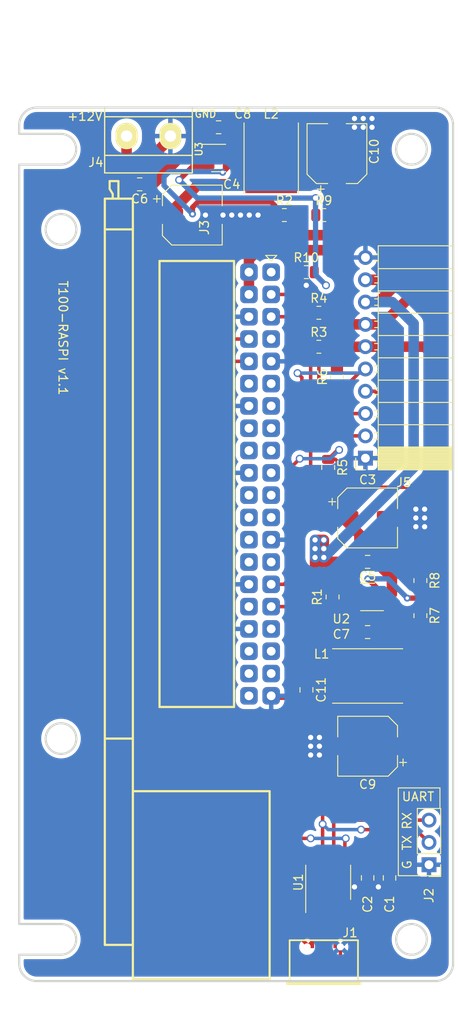
<source format=kicad_pcb>
(kicad_pcb (version 20211014) (generator pcbnew)
  (layers (0 "F.Cu" signal) (31 "B.Cu" signal) (34 "B.Paste" user) (35 "F.Paste" user) (36 "B.SilkS" user "B.Silkscreen") (37 "F.SilkS" user "F.Silkscreen") (38 "B.Mask" user) (39 "F.Mask" user) (44 "Edge.Cuts" user))
  (net 0 "")
  (net 1 "GND")
  (net 2 "Net-(C1-Pad1)")
  (net 3 "Net-(C2-Pad1)")
  (net 4 "+12V")
  (net 5 "Net-(C7-Pad2)")
  (net 6 "Net-(C7-Pad1)")
  (net 7 "Net-(C8-Pad2)")
  (net 8 "Net-(C8-Pad1)")
  (net 9 "+5V")
  (net 10 "+3V3")
  (net 11 "/RST")
  (net 12 "Net-(J1-Pad3)")
  (net 13 "Net-(J1-Pad2)")
  (net 14 "/MY_RXD")
  (net 15 "/MY_TXD")
  (net 24 "/IRQ")
  (net 41 "/SCL")
  (net 42 "/SDA")
  (net 44 "Net-(R1-Pad1)")
  (net 45 "Net-(R2-Pad1)")
  (net 46 "Net-(R7-Pad1)")
  (net 47 "Net-(R10-Pad2)")
  (footprint "Capacitor_SMD:C_0805_2012Metric_Pad1.15x1.40mm_HandSolder" (layer "F.Cu") (at 117.5 138 -90)
    (fp_text reference "C1" (at 3 0 90) (layer "F.SilkS"))
    (fp_text value "100n")
    (pad "1" smd roundrect locked (at -1.025 0 270) (size 1.15 1.4) (layers "F.Cu" "F.Paste" "F.Mask") (roundrect_rratio 0.217391) (net 2 "Net-(C1-Pad1)"))
    (pad "2" smd roundrect locked (at 1.025 0 270) (size 1.15 1.4) (layers "F.Cu" "F.Paste" "F.Mask") (roundrect_rratio 0.217391) (net 1 "GND"))
  )
  (footprint "Capacitor_SMD:C_0805_2012Metric_Pad1.15x1.40mm_HandSolder" (layer "F.Cu") (at 115 138 -90)
    (fp_text reference "C2" (at 3 0 90) (layer "F.SilkS"))
    (fp_text value "100n")
    (pad "1" smd roundrect locked (at -1.025 0 270) (size 1.15 1.4) (layers "F.Cu" "F.Paste" "F.Mask") (roundrect_rratio 0.217391) (net 3 "Net-(C2-Pad1)"))
    (pad "2" smd roundrect locked (at 1.025 0 270) (size 1.15 1.4) (layers "F.Cu" "F.Paste" "F.Mask") (roundrect_rratio 0.217391) (net 1 "GND"))
  )
  (footprint "Capacitor_SMD:CP_Elec_6.3x5.4" (layer "F.Cu") (at 115 97)
    (fp_text reference "C3" (at 0 -4.35) (layer "F.SilkS"))
    (fp_text value "100u/12V")
    (pad "1" smd roundrect locked (at -2.8 0) (size 3.5 1.6) (layers "F.Cu" "F.Paste" "F.Mask") (roundrect_rratio 0.15625) (net 4 "+12V"))
    (pad "2" smd roundrect locked (at 2.8 0) (size 3.5 1.6) (layers "F.Cu" "F.Paste" "F.Mask") (roundrect_rratio 0.15625) (net 1 "GND"))
  )
  (footprint "Capacitor_SMD:CP_Elec_6.3x5.4" (layer "F.Cu") (at 95 62.5)
    (fp_text reference "C4" (at 4.5 -3.5) (layer "F.SilkS"))
    (fp_text value "100u/12V")
    (pad "1" smd roundrect locked (at -2.8 0) (size 3.5 1.6) (layers "F.Cu" "F.Paste" "F.Mask") (roundrect_rratio 0.15625) (net 4 "+12V"))
    (pad "2" smd roundrect locked (at 2.8 0) (size 3.5 1.6) (layers "F.Cu" "F.Paste" "F.Mask") (roundrect_rratio 0.15625) (net 1 "GND"))
  )
  (footprint "Capacitor_SMD:C_0805_2012Metric" (layer "F.Cu") (at 89 59 180)
    (fp_text reference "C6" (at 0 -1.65) (layer "F.SilkS"))
    (fp_text value "100n")
    (pad "1" smd roundrect locked (at -0.95 0 180) (size 1 1.45) (layers "F.Cu" "F.Paste" "F.Mask") (net 1 "GND"))
    (pad "2" smd roundrect locked (at 0.95 0 180) (size 1 1.45) (layers "F.Cu" "F.Paste" "F.Mask") (net 4 "+12V"))
  )
  (footprint "Capacitor_SMD:C_0805_2012Metric" (layer "F.Cu") (at 98 52.5)
    (fp_text reference "C8" (at 2.75 -1.5) (layer "F.SilkS"))
    (fp_text value "100n")
    (pad "1" smd roundrect locked (at -0.95 0) (size 1 1.45) (layers "F.Cu" "F.Paste" "F.Mask") (net 8 "Net-(C8-Pad1)"))
    (pad "2" smd roundrect locked (at 0.95 0) (size 1 1.45) (layers "F.Cu" "F.Paste" "F.Mask") (net 7 "Net-(C8-Pad2)"))
  )
  (footprint "Capacitor_SMD:CP_Elec_6.3x5.4" (layer "F.Cu") (at 115 123 180)
    (fp_text reference "C9" (at 0 -4.35) (layer "F.SilkS"))
    (fp_text value "100u/12V")
    (pad "1" smd roundrect locked (at -2.8 0 180) (size 3.5 1.6) (layers "F.Cu" "F.Paste" "F.Mask") (roundrect_rratio 0.15625) (net 10 "+3V3"))
    (pad "2" smd roundrect locked (at 2.8 0 180) (size 3.5 1.6) (layers "F.Cu" "F.Paste" "F.Mask") (roundrect_rratio 0.15625) (net 1 "GND"))
  )
  (footprint "Drake:conn_usb_B_micro_smd-2" (layer "F.Cu") (at 110 148)
    (fp_text reference "J1" (at 3 -3.75) (layer "F.SilkS"))
    (fp_text value "USB_B_Micro" hide)
    (pad "1" thru_hole circle locked (at -1.89992 -2.14884) (size 0.79756 0.79756) (drill 0.79756) (layers *.Cu *.Mask "F.SilkS") (net 2 "Net-(C1-Pad1)"))
    (pad "1" smd rect locked (at -1.30048 -3) (size 0.39878 2) (layers "F.Cu" "F.Paste" "F.Mask") (net 2 "Net-(C1-Pad1)"))
    (pad "2" smd rect locked (at -0.6477 -3) (size 0.39878 2) (layers "F.Cu" "F.Paste" "F.Mask") (net 13 "Net-(J1-Pad2)"))
    (pad "3" smd rect locked (at 0 -3) (size 0.39878 2) (layers "F.Cu" "F.Paste" "F.Mask") (net 12 "Net-(J1-Pad3)"))
    (pad "4" smd rect locked (at 0.6477 -3) (size 0.39878 2) (layers "F.Cu" "F.Paste" "F.Mask"))
    (pad "5" thru_hole circle locked (at 1.89738 -2.1463) (size 0.79756 0.79756) (drill 0.79756) (layers *.Cu *.Mask "F.SilkS") (net 1 "GND"))
    (pad "5" smd rect locked (at 1.30048 -3) (size 0.39878 2) (layers "F.Cu" "F.Paste" "F.Mask") (net 1 "GND"))
    (pad "6" smd rect locked (at 1.19888 0) (size 1.89738 1.89738) (layers "F.Cu" "F.Paste" "F.Mask") (net 1 "GND"))
    (pad "6" smd rect locked (at -3.9497 0) (size 1.89738 1.89738) (layers "F.Cu" "F.Paste" "F.Mask") (net 1 "GND"))
    (pad "6" smd rect locked (at 3.9497 0) (size 1.89738 1.89738) (layers "F.Cu" "F.Paste" "F.Mask") (net 1 "GND"))
    (pad "6" smd rect locked (at -1.19888 0) (size 1.89738 1.89738) (layers "F.Cu" "F.Paste" "F.Mask") (net 1 "GND"))
  )
  (footprint "Connector_PinHeader_2.54mm:PinHeader_1x03_P2.54mm_Vertical" (layer "F.Cu") (at 122 136.5 180)
    (fp_text reference "J2" (at 0 -3.5 90) (layer "F.SilkS"))
    (fp_text value "UART")
    (pad "1" thru_hole rect locked (at 0 0 180) (size 1.7 1.7) (drill 1) (layers *.Cu *.Mask) (net 1 "GND"))
    (pad "2" thru_hole oval locked (at 0 2.54 180) (size 1.7 1.7) (drill 1) (layers *.Cu *.Mask) (net 15 "/MY_TXD"))
    (pad "3" thru_hole oval locked (at 0 5.08 180) (size 1.7 1.7) (drill 1) (layers *.Cu *.Mask) (net 14 "/MY_RXD"))
  )
  (footprint "Drake:CKCS6028" (layer "F.Cu") (at 104 56 -90)
    (fp_text reference "L2" (at -5 0 180) (layer "F.SilkS"))
    (fp_text value "6.8uH")
    (pad "1" smd rect locked (at -2.775 0 270) (size 2.45 5.9) (layers "F.Cu" "F.Paste" "F.Mask") (net 7 "Net-(C8-Pad2)"))
    (pad "2" smd rect locked (at 2.775 0 270) (size 2.45 5.9) (layers "F.Cu" "F.Paste" "F.Mask") (net 9 "+5V"))
  )
  (footprint "Resistor_SMD:R_0805_2012Metric" (layer "F.Cu") (at 111 106 -90)
    (fp_text reference "R1" (at 0 1.75 90) (layer "F.SilkS"))
    (fp_text value "100k")
    (pad "1" smd roundrect locked (at -0.9125 0 270) (size 1.025 1.4) (layers "F.Cu" "F.Paste" "F.Mask") (roundrect_rratio 0.243902) (net 44 "Net-(R1-Pad1)"))
    (pad "2" smd roundrect locked (at 0.9125 0 270) (size 1.025 1.4) (layers "F.Cu" "F.Paste" "F.Mask") (roundrect_rratio 0.243902) (net 4 "+12V"))
  )
  (footprint "Resistor_SMD:R_0805_2012Metric" (layer "F.Cu") (at 105.5 62.5)
    (fp_text reference "R2" (at 0 -1.65) (layer "F.SilkS"))
    (fp_text value "100k")
    (pad "1" smd roundrect locked (at -0.9125 0) (size 1.025 1.4) (layers "F.Cu" "F.Paste" "F.Mask") (roundrect_rratio 0.243902) (net 45 "Net-(R2-Pad1)"))
    (pad "2" smd roundrect locked (at 0.9125 0) (size 1.025 1.4) (layers "F.Cu" "F.Paste" "F.Mask") (roundrect_rratio 0.243902) (net 4 "+12V"))
  )
  (footprint "Resistor_SMD:R_0805_2012Metric" (layer "F.Cu") (at 111.5 80.9375 90)
    (fp_text reference "R6" (at 0 -1.65 90) (layer "F.SilkS"))
    (fp_text value "1K5")
    (pad "1" smd roundrect locked (at -0.9125 0 90) (size 1.025 1.4) (layers "F.Cu" "F.Paste" "F.Mask") (roundrect_rratio 0.243902) (net 11 "/RST"))
    (pad "2" smd roundrect locked (at 0.9125 0 90) (size 1.025 1.4) (layers "F.Cu" "F.Paste" "F.Mask") (roundrect_rratio 0.243902) (net 10 "+3V3"))
  )
  (footprint "Resistor_SMD:R_0805_2012Metric" (layer "F.Cu") (at 110 62.5)
    (fp_text reference "R9" (at 0 -1.65) (layer "F.SilkS"))
    (fp_text value "30.9k 1%")
    (pad "1" smd roundrect locked (at -0.9125 0) (size 1.025 1.4) (layers "F.Cu" "F.Paste" "F.Mask") (roundrect_rratio 0.243902) (net 47 "Net-(R10-Pad2)"))
    (pad "2" smd roundrect locked (at 0.9125 0) (size 1.025 1.4) (layers "F.Cu" "F.Paste" "F.Mask") (roundrect_rratio 0.243902) (net 9 "+5V"))
  )
  (footprint "Resistor_SMD:R_0805_2012Metric" (layer "F.Cu") (at 108 69)
    (fp_text reference "R10" (at 0 -1.65) (layer "F.SilkS"))
    (fp_text value "4.22k 1%")
    (pad "1" smd roundrect locked (at -0.9125 0) (size 1.025 1.4) (layers "F.Cu" "F.Paste" "F.Mask") (roundrect_rratio 0.243902) (net 1 "GND"))
    (pad "2" smd roundrect locked (at 0.9125 0) (size 1.025 1.4) (layers "F.Cu" "F.Paste" "F.Mask") (roundrect_rratio 0.243902) (net 47 "Net-(R10-Pad2)"))
  )
  (footprint "Package_SO:SOIC-8_3.9x4.9mm_P1.27mm" (layer "F.Cu") (at 110.5 138.5 90)
    (fp_text reference "U1" (at 0 -3.4 90) (layer "F.SilkS"))
    (fp_text value "CH330N")
    (pad "1" smd roundrect locked (at -2.475 -1.905 90) (size 1.95 0.6) (layers "F.Cu" "F.Paste" "F.Mask") (net 12 "Net-(J1-Pad3)"))
    (pad "2" smd roundrect locked (at -2.475 -0.635 90) (size 1.95 0.6) (layers "F.Cu" "F.Paste" "F.Mask") (net 13 "Net-(J1-Pad2)"))
    (pad "3" smd roundrect locked (at -2.475 0.635 90) (size 1.95 0.6) (layers "F.Cu" "F.Paste" "F.Mask") (net 1 "GND"))
    (pad "4" smd roundrect locked (at -2.475 1.905 90) (size 1.95 0.6) (layers "F.Cu" "F.Paste" "F.Mask"))
    (pad "5" smd roundrect locked (at 2.475 1.905 90) (size 1.95 0.6) (layers "F.Cu" "F.Paste" "F.Mask") (net 2 "Net-(C1-Pad1)"))
    (pad "6" smd roundrect locked (at 2.475 0.635 90) (size 1.95 0.6) (layers "F.Cu" "F.Paste" "F.Mask") (net 14 "/MY_RXD"))
    (pad "7" smd roundrect locked (at 2.475 -0.635 90) (size 1.95 0.6) (layers "F.Cu" "F.Paste" "F.Mask") (net 15 "/MY_TXD"))
    (pad "8" smd roundrect locked (at 2.475 -1.905 90) (size 1.95 0.6) (layers "F.Cu" "F.Paste" "F.Mask") (net 3 "Net-(C2-Pad1)"))
  )
  (footprint "Package_TO_SOT_SMD:SOT-23-6" (layer "F.Cu") (at 98 56)
    (fp_text reference "U3" (at -2.25 -1 90) (layer "F.SilkS") (effects (font (size 0.8 0.8))))
    (fp_text value "FR8205")
    (pad "1" smd roundrect locked (at -1.1375 -0.95) (size 1.325 0.6) (layers "F.Cu" "F.Paste" "F.Mask") (net 8 "Net-(C8-Pad1)"))
    (pad "2" smd roundrect locked (at -1.1375 0) (size 1.325 0.6) (layers "F.Cu" "F.Paste" "F.Mask") (net 1 "GND"))
    (pad "3" smd roundrect locked (at -1.1375 0.95) (size 1.325 0.6) (layers "F.Cu" "F.Paste" "F.Mask") (net 47 "Net-(R10-Pad2)"))
    (pad "4" smd roundrect locked (at 1.1375 0.95) (size 1.325 0.6) (layers "F.Cu" "F.Paste" "F.Mask") (net 45 "Net-(R2-Pad1)"))
    (pad "5" smd roundrect locked (at 1.1375 0) (size 1.325 0.6) (layers "F.Cu" "F.Paste" "F.Mask") (net 4 "+12V"))
    (pad "6" smd roundrect locked (at 1.1375 -0.95) (size 1.325 0.6) (layers "F.Cu" "F.Paste" "F.Mask") (net 7 "Net-(C8-Pad2)"))
  )
  (footprint "Package_TO_SOT_SMD:SOT-23-6" (layer "F.Cu") (at 115 106 180)
    (fp_text reference "U2" (at 3 -2.5) (layer "F.SilkS"))
    (fp_text value "FR8205")
    (pad "1" smd roundrect locked (at -1.1375 -0.95 180) (size 1.325 0.6) (layers "F.Cu" "F.Paste" "F.Mask") (net 6 "Net-(C7-Pad1)"))
    (pad "2" smd roundrect locked (at -1.1375 0 180) (size 1.325 0.6) (layers "F.Cu" "F.Paste" "F.Mask") (net 1 "GND"))
    (pad "3" smd roundrect locked (at -1.1375 0.95 180) (size 1.325 0.6) (layers "F.Cu" "F.Paste" "F.Mask") (net 46 "Net-(R7-Pad1)"))
    (pad "4" smd roundrect locked (at 1.1375 0.95 180) (size 1.325 0.6) (layers "F.Cu" "F.Paste" "F.Mask") (net 44 "Net-(R1-Pad1)"))
    (pad "5" smd roundrect locked (at 1.1375 0 180) (size 1.325 0.6) (layers "F.Cu" "F.Paste" "F.Mask") (net 4 "+12V"))
    (pad "6" smd roundrect locked (at 1.1375 -0.95 180) (size 1.325 0.6) (layers "F.Cu" "F.Paste" "F.Mask") (net 5 "Net-(C7-Pad2)"))
  )
  (footprint "Resistor_SMD:R_0805_2012Metric" (layer "F.Cu") (at 110.5 91.25 -90)
    (fp_text reference "R5" (at 0 -1.65 90) (layer "F.SilkS"))
    (fp_text value "1K5")
    (pad "1" smd roundrect locked (at -0.9125 0 270) (size 1.025 1.4) (layers "F.Cu" "F.Paste" "F.Mask") (roundrect_rratio 0.243902) (net 24 "/IRQ"))
    (pad "2" smd roundrect locked (at 0.9125 0 270) (size 1.025 1.4) (layers "F.Cu" "F.Paste" "F.Mask") (roundrect_rratio 0.243902) (net 10 "+3V3"))
  )
  (footprint "Resistor_SMD:R_0805_2012Metric" (layer "F.Cu") (at 109.4375 73.630001)
    (fp_text reference "R4" (at 0 -1.65) (layer "F.SilkS"))
    (fp_text value "1K5")
    (pad "1" smd roundrect locked (at -0.9125 0) (size 1.025 1.4) (layers "F.Cu" "F.Paste" "F.Mask") (roundrect_rratio 0.243902) (net 42 "/SDA"))
    (pad "2" smd roundrect locked (at 0.9125 0) (size 1.025 1.4) (layers "F.Cu" "F.Paste" "F.Mask") (roundrect_rratio 0.243902) (net 10 "+3V3"))
  )
  (footprint "Resistor_SMD:R_0805_2012Metric" (layer "F.Cu") (at 109.4375 77.5)
    (fp_text reference "R3" (at 0 -1.65) (layer "F.SilkS"))
    (fp_text value "1K5")
    (pad "1" smd roundrect locked (at -0.9125 0) (size 1.025 1.4) (layers "F.Cu" "F.Paste" "F.Mask") (roundrect_rratio 0.243902) (net 41 "/SCL"))
    (pad "2" smd roundrect locked (at 0.9125 0) (size 1.025 1.4) (layers "F.Cu" "F.Paste" "F.Mask") (roundrect_rratio 0.243902) (net 10 "+3V3"))
  )
  (footprint "Drake:CKCS6028" (layer "F.Cu") (at 115 115)
    (fp_text reference "L1" (at -5.25 -2.5) (layer "F.SilkS"))
    (fp_text value "6.8uH")
    (pad "1" smd rect locked (at -2.775 0) (size 2.45 5.9) (layers "F.Cu" "F.Paste" "F.Mask") (net 5 "Net-(C7-Pad2)"))
    (pad "2" smd rect locked (at 2.775 0) (size 2.45 5.9) (layers "F.Cu" "F.Paste" "F.Mask") (net 10 "+3V3"))
  )
  (footprint "Connector_PinSocket_2.54mm:PinSocket_1x10_P2.54mm_Horizontal" (layer "F.Cu") (at 114.75 90.19 180)
    (fp_text reference "J5" (at -4.38 -2.77 180) (layer "F.SilkS"))
    (fp_text value "T100-OUT")
    (pad "1" thru_hole rect locked (at 0 0 180) (size 1.7 1.7) (drill 1) (layers *.Cu *.Mask) (net 1 "GND"))
    (pad "2" thru_hole oval locked (at 0 2.54 180) (size 1.7 1.7) (drill 1) (layers *.Cu *.Mask) (net 41 "/SCL"))
    (pad "3" thru_hole oval locked (at 0 5.08 180) (size 1.7 1.7) (drill 1) (layers *.Cu *.Mask) (net 42 "/SDA"))
    (pad "4" thru_hole oval locked (at 0 7.62 180) (size 1.7 1.7) (drill 1) (layers *.Cu *.Mask) (net 24 "/IRQ"))
    (pad "5" thru_hole oval locked (at 0 10.16 180) (size 1.7 1.7) (drill 1) (layers *.Cu *.Mask) (net 11 "/RST"))
    (pad "6" thru_hole oval locked (at 0 12.7 180) (size 1.7 1.7) (drill 1) (layers *.Cu *.Mask) (net 10 "+3V3"))
    (pad "7" thru_hole oval locked (at 0 15.24 180) (size 1.7 1.7) (drill 1) (layers *.Cu *.Mask) (net 9 "+5V"))
    (pad "8" thru_hole oval locked (at 0 17.78 180) (size 1.7 1.7) (drill 1) (layers *.Cu *.Mask) (net 4 "+12V"))
    (pad "9" thru_hole oval locked (at 0 20.32 180) (size 1.7 1.7) (drill 1) (layers *.Cu *.Mask) (net 4 "+12V"))
    (pad "10" thru_hole oval locked (at 0 22.86 180) (size 1.7 1.7) (drill 1) (layers *.Cu *.Mask) (net 1 "GND"))
  )
  (footprint "Resistor_SMD:R_0805_2012Metric" (layer "F.Cu") (at 121.02 108.130001 -90)
    (fp_text reference "R7" (at 0 -1.65 90) (layer "F.SilkS"))
    (fp_text value "30k 1%")
    (pad "1" smd roundrect locked (at -0.9125 0 270) (size 1.025 1.4) (layers "F.Cu" "F.Paste" "F.Mask") (roundrect_rratio 0.243902) (net 46 "Net-(R7-Pad1)"))
    (pad "2" smd roundrect locked (at 0.9125 0 270) (size 1.025 1.4) (layers "F.Cu" "F.Paste" "F.Mask") (roundrect_rratio 0.243902) (net 10 "+3V3"))
  )
  (footprint "Resistor_SMD:R_0805_2012Metric" (layer "F.Cu") (at 121.02 104.130001 -90)
    (fp_text reference "R8" (at 0 -1.65 90) (layer "F.SilkS"))
    (fp_text value "6.65k 1%")
    (pad "1" smd roundrect locked (at -0.9125 0 270) (size 1.025 1.4) (layers "F.Cu" "F.Paste" "F.Mask") (roundrect_rratio 0.243902) (net 1 "GND"))
    (pad "2" smd roundrect locked (at 0.9125 0 270) (size 1.025 1.4) (layers "F.Cu" "F.Paste" "F.Mask") (roundrect_rratio 0.243902) (net 46 "Net-(R7-Pad1)"))
  )
  (footprint "Capacitor_SMD:C_0805_2012Metric" (layer "F.Cu") (at 115 110 180)
    (fp_text reference "C7" (at 3 -0.25) (layer "F.SilkS"))
    (fp_text value "100n")
    (pad "1" smd roundrect locked (at -0.95 0 180) (size 1 1.45) (layers "F.Cu" "F.Paste" "F.Mask") (net 6 "Net-(C7-Pad1)"))
    (pad "2" smd roundrect locked (at 0.95 0 180) (size 1 1.45) (layers "F.Cu" "F.Paste" "F.Mask") (net 5 "Net-(C7-Pad2)"))
  )
  (footprint "Capacitor_SMD:C_0805_2012Metric" (layer "F.Cu") (at 115 102 180)
    (fp_text reference "C5" (at 0 -1.65) (layer "F.SilkS"))
    (fp_text value "100n")
    (pad "1" smd roundrect locked (at -0.95 0 180) (size 1 1.45) (layers "F.Cu" "F.Paste" "F.Mask") (net 1 "GND"))
    (pad "2" smd roundrect locked (at 0.95 0 180) (size 1 1.45) (layers "F.Cu" "F.Paste" "F.Mask") (net 4 "+12V"))
  )
  (footprint "Drake:Raspberry-PI-3-B-vertical" (layer "F.Cu") (at 104 69 90)
    (fp_text reference "J3" (at 5.08 -7.62 90) (layer "F.SilkS"))
    (fp_text value "Raspberry_Pi_2_3")
    (pad "1" thru_hole roundrect locked (at 0 0 90) (size 2 2) (drill 1) (layers *.Cu *.Mask))
    (pad "2" thru_hole roundrect locked (at 0 -2.54 90) (size 2 2) (drill 1) (layers *.Cu *.Mask) (net 9 "+5V"))
    (pad "3" thru_hole roundrect locked (at -2.54 0 90) (size 2 2) (drill 1) (layers *.Cu *.Mask) (net 42 "/SDA"))
    (pad "4" thru_hole roundrect locked (at -2.54 -2.54 90) (size 2 2) (drill 1) (layers *.Cu *.Mask) (net 9 "+5V"))
    (pad "5" thru_hole roundrect locked (at -5.08 0 90) (size 2 2) (drill 1) (layers *.Cu *.Mask) (net 41 "/SCL"))
    (pad "6" thru_hole roundrect locked (at -5.08 -2.54 90) (size 2 2) (drill 1) (layers *.Cu *.Mask) (net 1 "GND"))
    (pad "7" thru_hole roundrect locked (at -7.62 0 90) (size 2 2) (drill 1) (layers *.Cu *.Mask))
    (pad "8" thru_hole roundrect locked (at -7.62 -2.54 90) (size 2 2) (drill 1) (layers *.Cu *.Mask) (net 15 "/MY_TXD"))
    (pad "9" thru_hole roundrect locked (at -10.16 0 90) (size 2 2) (drill 1) (layers *.Cu *.Mask) (net 1 "GND"))
    (pad "10" thru_hole roundrect locked (at -10.16 -2.54 90) (size 2 2) (drill 1) (layers *.Cu *.Mask) (net 14 "/MY_RXD"))
    (pad "11" thru_hole roundrect locked (at -12.7 0 90) (size 2 2) (drill 1) (layers *.Cu *.Mask))
    (pad "12" thru_hole roundrect locked (at -12.7 -2.54 90) (size 2 2) (drill 1) (layers *.Cu *.Mask))
    (pad "13" thru_hole roundrect locked (at -15.24 0 90) (size 2 2) (drill 1) (layers *.Cu *.Mask))
    (pad "14" thru_hole roundrect locked (at -15.24 -2.54 90) (size 2 2) (drill 1) (layers *.Cu *.Mask) (net 1 "GND"))
    (pad "15" thru_hole roundrect locked (at -17.78 0 90) (size 2 2) (drill 1) (layers *.Cu *.Mask))
    (pad "16" thru_hole roundrect locked (at -17.78 -2.54 90) (size 2 2) (drill 1) (layers *.Cu *.Mask))
    (pad "17" thru_hole roundrect locked (at -20.32 0 90) (size 2 2) (drill 1) (layers *.Cu *.Mask))
    (pad "18" thru_hole roundrect locked (at -20.32 -2.54 90) (size 2 2) (drill 1) (layers *.Cu *.Mask))
    (pad "19" thru_hole roundrect locked (at -22.86 0 90) (size 2 2) (drill 1) (layers *.Cu *.Mask))
    (pad "20" thru_hole roundrect locked (at -22.86 -2.54 90) (size 2 2) (drill 1) (layers *.Cu *.Mask) (net 1 "GND"))
    (pad "21" thru_hole roundrect locked (at -25.4 0 90) (size 2 2) (drill 1) (layers *.Cu *.Mask))
    (pad "22" thru_hole roundrect locked (at -25.4 -2.54 90) (size 2 2) (drill 1) (layers *.Cu *.Mask))
    (pad "23" thru_hole roundrect locked (at -27.94 0 90) (size 2 2) (drill 1) (layers *.Cu *.Mask))
    (pad "24" thru_hole roundrect locked (at -27.94 -2.54 90) (size 2 2) (drill 1) (layers *.Cu *.Mask))
    (pad "25" thru_hole roundrect locked (at -30.48 0 90) (size 2 2) (drill 1) (layers *.Cu *.Mask) (net 1 "GND"))
    (pad "26" thru_hole roundrect locked (at -30.48 -2.54 90) (size 2 2) (drill 1) (layers *.Cu *.Mask))
    (pad "27" thru_hole roundrect locked (at -33.02 0 90) (size 2 2) (drill 1) (layers *.Cu *.Mask))
    (pad "28" thru_hole roundrect locked (at -33.02 -2.54 90) (size 2 2) (drill 1) (layers *.Cu *.Mask))
    (pad "29" thru_hole roundrect locked (at -35.56 0 90) (size 2 2) (drill 1) (layers *.Cu *.Mask) (net 24 "/IRQ"))
    (pad "30" thru_hole roundrect locked (at -35.56 -2.54 90) (size 2 2) (drill 1) (layers *.Cu *.Mask) (net 1 "GND"))
    (pad "31" thru_hole roundrect locked (at -38.1 0 90) (size 2 2) (drill 1) (layers *.Cu *.Mask) (net 11 "/RST"))
    (pad "32" thru_hole roundrect locked (at -38.1 -2.54 90) (size 2 2) (drill 1) (layers *.Cu *.Mask))
    (pad "33" thru_hole roundrect locked (at -40.64 0 90) (size 2 2) (drill 1) (layers *.Cu *.Mask))
    (pad "34" thru_hole roundrect locked (at -40.64 -2.54 90) (size 2 2) (drill 1) (layers *.Cu *.Mask) (net 1 "GND"))
    (pad "35" thru_hole roundrect locked (at -43.18 0 90) (size 2 2) (drill 1) (layers *.Cu *.Mask))
    (pad "36" thru_hole roundrect locked (at -43.18 -2.54 90) (size 2 2) (drill 1) (layers *.Cu *.Mask))
    (pad "37" thru_hole roundrect locked (at -45.72 0 90) (size 2 2) (drill 1) (layers *.Cu *.Mask))
    (pad "38" thru_hole roundrect locked (at -45.72 -2.54 90) (size 2 2) (drill 1) (layers *.Cu *.Mask))
    (pad "39" thru_hole roundrect locked (at -48.26 0 90) (size 2 2) (drill 1) (layers *.Cu *.Mask) (net 1 "GND"))
    (pad "40" thru_hole roundrect locked (at -48.26 -2.54 90) (size 2 2) (drill 1) (layers *.Cu *.Mask))
  )
  (footprint "Capacitor_SMD:CP_Elec_6.3x5.4" (layer "F.Cu") (at 111.5 55.5 90)
    (fp_text reference "C10" (at 0.25 4.25 90) (layer "F.SilkS"))
    (fp_text value "100u/12V")
    (pad "1" smd roundrect locked (at -2.8 0 90) (size 3.5 1.6) (layers "F.Cu" "F.Paste" "F.Mask") (roundrect_rratio 0.15625) (net 9 "+5V"))
    (pad "2" smd roundrect locked (at 2.8 0 90) (size 3.5 1.6) (layers "F.Cu" "F.Paste" "F.Mask") (roundrect_rratio 0.15625) (net 1 "GND"))
  )
  (footprint "Drake:DG301-5.0-02" (layer "F.Cu") (at 92.5 53.5 180)
    (fp_text reference "J4" (at 8.5 -3) (layer "F.SilkS"))
    (fp_text value "12V")
    (pad "1" thru_hole oval locked (at 0 0 180) (size 2.5 3) (drill 1.3) (layers *.Cu *.Mask "F.SilkS") (net 1 "GND"))
    (pad "2" thru_hole oval locked (at 5 0 180) (size 2.5 3) (drill 1.3) (layers *.Cu *.Mask "F.SilkS") (net 4 "+12V"))
  )
  (footprint "Capacitor_SMD:C_0805_2012Metric" (layer "F.Cu") (at 108.02 116.580001 -90)
    (fp_text reference "C11" (at 0 -1.68 90) (layer "F.SilkS"))
    (fp_text value "100n")
    (pad "1" smd roundrect locked (at -0.95 0 270) (size 1 1.45) (layers "F.Cu" "F.Paste" "F.Mask") (net 11 "/RST"))
    (pad "2" smd roundrect locked (at 0.95 0 270) (size 1 1.45) (layers "F.Cu" "F.Paste" "F.Mask") (net 1 "GND"))
  )
  (gr_line (start 118.5 137.75) (end 123.25 137.75) (layer "F.SilkS") (width 0.12))
  (gr_line (start 118.5 127.75) (end 123.25 127.75) (layer "F.SilkS") (width 0.12))
  (gr_line (start 123.25 127.75) (end 123.25 130) (layer "F.SilkS") (width 0.12))
  (gr_line (start 118.5 137.75) (end 118.5 127.75) (layer "F.SilkS") (width 0.12))
  (gr_arc (start 122.75 50.25) (mid 124.164214 50.835786) (end 124.75 52.25) (layer "Edge.Cuts") (width 0.254))
  (gr_arc (start 124.75 147.75) (mid 124.164214 149.164214) (end 122.75 149.75) (layer "Edge.Cuts") (width 0.254))
  (gr_line (start 124.75 147.75) (end 124.75 52.25) (layer "Edge.Cuts") (width 0.254))
  (gr_circle (center 120 55) (end 121.75 55) (layer "Edge.Cuts") (width 0.254) (fill none))
  (gr_circle (center 120 145) (end 121.75 145) (layer "Edge.Cuts") (width 0.254) (fill none))
  (gr_line (start 75.25 53.249999) (end 75.25 52.25) (layer "Edge.Cuts") (width 0.254))
  (gr_circle (center 80.02 64.130001) (end 81.77 64.130001) (layer "Edge.Cuts") (width 0.254) (fill none))
  (gr_arc (start 75.25 52.25) (mid 75.835786 50.835786) (end 77.25 50.25) (layer "Edge.Cuts") (width 0.254))
  (gr_line (start 75.25 147.75) (end 75.25 146.75) (layer "Edge.Cuts") (width 0.254))
  (gr_line (start 80 146.75) (end 75.25 146.75) (layer "Edge.Cuts") (width 0.254))
  (gr_line (start 80 143.25) (end 75.25 143.25) (layer "Edge.Cuts") (width 0.254))
  (gr_line (start 122.75 50.25) (end 77.25 50.25) (layer "Edge.Cuts") (width 0.254))
  (gr_line (start 75.25 143.25) (end 75.25 56.75) (layer "Edge.Cuts") (width 0.254))
  (gr_line (start 122.749999 149.75) (end 77.249999 149.75) (layer "Edge.Cuts") (width 0.254))
  (gr_line (start 80 53.249999) (end 75.25 53.249999) (layer "Edge.Cuts") (width 0.254))
  (gr_arc (start 77.25 149.75) (mid 75.835786 149.164214) (end 75.25 147.75) (layer "Edge.Cuts") (width 0.254))
  (gr_arc (start 80 53.249999) (mid 81.75 54.999999) (end 80 56.749999) (layer "Edge.Cuts") (width 0.254))
  (gr_circle (center 80.02 122.130001) (end 81.77 122.130001) (layer "Edge.Cuts") (width 0.254) (fill none))
  (gr_line (start 80 56.75) (end 75.25 56.75) (layer "Edge.Cuts") (width 0.254))
  (gr_arc (start 80 143.25) (mid 81.75 145) (end 80 146.75) (layer "Edge.Cuts") (width 0.254))
  (gr_text "+12V" (at 82.75 51.25) (layer "F.SilkS") (effects (font (size 1 1))))
  (gr_text "RX" (at 119.5 131.5 90) (layer "F.SilkS") (effects (font (size 1 1))))
  (gr_text "GND" (at 96.5 51) (layer "F.SilkS") (effects (font (size 0.8 0.8))))
  (gr_text "T100-RASPI v1.1" (at 80.25 76.5 270) (layer "F.SilkS") (effects (font (size 1 1))))
  (gr_text "G" (at 119.5 136.5 90) (layer "F.SilkS") (effects (font (size 1 1))))
  (gr_text "UART" (at 120.75 128.75) (layer "F.SilkS") (effects (font (size 1 1))))
  (gr_text "TX" (at 119.5 134 90) (layer "F.SilkS") (effects (font (size 1 1))))
  (segment (start 113.475 139.025) (end 112.025 139.025) (width 0.4) (layer "F.Cu") (net 1))
  (segment (start 116.225 139.025) (end 117.5 139.025) (width 0.4) (layer "F.Cu") (net 1))
  (segment (start 99.5 62.5) (end 100.5 62.5) (width 1.2) (layer "F.Cu") (net 1))
  (segment (start 98.5 62.5) (end 99.5 62.5) (width 1.2) (layer "F.Cu") (net 1))
  (segment (start 101.5 62.5) (end 102.5 62.5) (width 1.2) (layer "F.Cu") (net 1))
  (segment (start 100.5 62.5) (end 101.5 62.5) (width 1.2) (layer "F.Cu") (net 1))
  (segment (start 89.9375 56.3125) (end 89.9375 59) (width 1.2) (layer "F.Cu") (net 1))
  (segment (start 106.0503 148) (end 108.80112 148) (width 2) (layer "F.Cu") (net 1))
  (segment (start 109.5 122) (end 108.5 122) (width 1.2) (layer "F.Cu") (net 1))
  (segment (start 111.89738 147.3015) (end 111.19888 148) (width 0.4) (layer "F.Cu") (net 1))
  (segment (start 109.5 124) (end 109.5 122) (width 1.2) (layer "F.Cu") (net 1))
  (segment (start 117.8 97) (end 121.5 97) (width 1.2) (layer "F.Cu") (net 1))
  (segment (start 92.5 53.5) (end 92.5 53.75) (width 1.2) (layer "F.Cu") (net 1))
  (segment (start 111.5 52.7) (end 113.3 52.7) (width 1.2) (layer "F.Cu") (net 1))
  (segment (start 120.5 96) (end 120.5 98) (width 1.2) (layer "F.Cu") (net 1))
  (segment (start 115.5 51.5) (end 115.5 52.5) (width 1.2) (layer "F.Cu") (net 1))
  (segment (start 107.0625 69.5625) (end 108 70.5) (width 0.6) (layer "F.Cu") (net 1))
  (segment (start 104.270001 117.530001) (end 104 117.26) (width 0.4) (layer "F.Cu") (net 1))
  (segment (start 115.95 98.875) (end 115.95 102) (width 1.2) (layer "F.Cu") (net 1))
  (segment (start 117.77 105.630001) (end 117.77 103.880001) (width 1.2) (layer "F.Cu") (net 1))
  (segment (start 115.9375 98.8625) (end 117.8 97) (width 1.2) (layer "F.Cu") (net 1))
  (segment (start 90.5 59) (end 93.75 55.75) (width 1.2) (layer "F.Cu") (net 1))
  (segment (start 115.9375 98.8625) (end 115.95 98.875) (width 1.2) (layer "F.Cu") (net 1))
  (segment (start 108.80112 148) (end 111.19888 148) (width 2) (layer "F.Cu") (net 1))
  (segment (start 117.400001 106) (end 116.1375 106) (width 0.6) (layer "F.Cu") (net 1))
  (segment (start 89.9375 59) (end 90.5 59) (width 1.2) (layer "F.Cu") (net 1))
  (segment (start 115 139.025) (end 116.225 139.025) (width 0.4) (layer "F.Cu") (net 1))
  (segment (start 111.135 139.915) (end 111.135 140.975) (width 0.4) (layer "F.Cu") (net 1))
  (segment (start 108.5 124) (end 108.5 122) (width 1.2) (layer "F.Cu") (net 1))
  (segment (start 112.2 123) (end 108.5 123) (width 1.2) (layer "F.Cu") (net 1))
  (segment (start 117.8 103.850001) (end 115.95 102) (width 1.2) (layer "F.Cu") (net 1))
  (segment (start 97.8 62.5) (end 98.5 62.5) (width 1.2) (layer "F.Cu") (net 1))
  (segment (start 113.5 51.5) (end 115.5 51.5) (width 1.2) (layer "F.Cu") (net 1))
  (segment (start 121.5 96) (end 121.5 98) (width 1.2) (layer "F.Cu") (net 1))
  (segment (start 93.75 55.75) (end 95.25 55.75) (width 1.2) (layer "F.Cu") (net 1))
  (segment (start 107.0625 69) (end 107.0625 69.5625) (width 0.6) (layer "F.Cu") (net 1))
  (segment (start 120.5 98) (end 121.5 98) (width 1.2) (layer "F.Cu") (net 1))
  (segment (start 109.5 124) (end 108.5 124) (width 1.2) (layer "F.Cu") (net 1))
  (segment (start 113.5 52.5) (end 115.5 52.5) (width 1.2) (layer "F.Cu") (net 1))
  (segment (start 112.025 139.025) (end 111.135 139.915) (width 0.4) (layer "F.Cu") (net 1))
  (segment (start 117.52 105.880001) (end 117.77 105.630001) (width 1.2) (layer "F.Cu") (net 1))
  (segment (start 113.3 52.7) (end 113.5 52.5) (width 1.2) (layer "F.Cu") (net 1))
  (segment (start 117.77 103.880001) (end 117.8 103.850001) (width 1.2) (layer "F.Cu") (net 1))
  (segment (start 115 139.025) (end 113.475 139.025) (width 0.4) (layer "F.Cu") (net 1))
  (segment (start 111.30048 145) (end 111.30048 145.2568) (width 0.4) (layer "F.Cu") (net 1))
  (segment (start 113.9497 148) (end 111.19888 148) (width 2) (layer "F.Cu") (net 1))
  (segment (start 108.02 117.530001) (end 104.270001 117.530001) (width 0.4) (layer "F.Cu") (net 1))
  (segment (start 118.4325 103.217501) (end 117.8 103.850001) (width 0.6) (layer "F.Cu") (net 1))
  (segment (start 92.5 53.75) (end 89.9375 56.3125) (width 1.2) (layer "F.Cu") (net 1))
  (segment (start 111.89738 145.8537) (end 111.89738 147.3015) (width 0.4) (layer "F.Cu") (net 1))
  (segment (start 96.9 56) (end 95 56) (width 0.6) (layer "F.Cu") (net 1))
  (segment (start 111.30048 145.2568) (end 111.89738 145.8537) (width 0.4) (layer "F.Cu") (net 1))
  (segment (start 113.5 51.5) (end 113.5 52.5) (width 1.2) (layer "F.Cu") (net 1))
  (segment (start 121.02 103.217501) (end 118.4325 103.217501) (width 0.6) (layer "F.Cu") (net 1))
  (segment (start 117.52 105.880001) (end 117.400001 106) (width 0.6) (layer "F.Cu") (net 1))
  (segment (start 120.5 96) (end 121.5 96) (width 1.2) (layer "F.Cu") (net 1))
  (via (at 120.5 96) (size 0.9) (drill 0.6) (layers "F.Cu" "B.Cu") (net 1))
  (via (at 120.5 98) (size 0.9) (drill 0.6) (layers "F.Cu" "B.Cu") (net 1))
  (via (at 113.5 139.025) (size 0.9) (drill 0.6) (layers "F.Cu" "B.Cu") (net 1))
  (via (at 121.5 97) (size 0.9) (drill 0.6) (layers "F.Cu" "B.Cu") (net 1))
  (via (at 108 70.5) (size 0.9) (drill 0.6) (layers "F.Cu" "B.Cu") (net 1))
  (via (at 100.5 62.5) (size 0.9) (drill 0.6) (layers "F.Cu" "B.Cu") (net 1))
  (via (at 115.5 51.5) (size 0.9) (drill 0.6) (layers "F.Cu" "B.Cu") (net 1))
  (via (at 120.5 97) (size 0.9) (drill 0.6) (layers "F.Cu" "B.Cu") (net 1))
  (via (at 116.225 139.025) (size 0.9) (drill 0.6) (layers "F.Cu" "B.Cu") (net 1))
  (via (at 121.5 96) (size 0.9) (drill 0.6) (layers "F.Cu" "B.Cu") (net 1))
  (via (at 121.5 98) (size 0.9) (drill 0.6) (layers "F.Cu" "B.Cu") (net 1))
  (via (at 98.5 62.5) (size 0.9) (drill 0.6) (layers "F.Cu" "B.Cu") (net 1))
  (via (at 113.5 52.5) (size 0.9) (drill 0.6) (layers "F.Cu" "B.Cu") (net 1))
  (via (at 109.5 122) (size 0.9) (drill 0.6) (layers "F.Cu" "B.Cu") (net 1))
  (via (at 114.5 52.5) (size 0.9) (drill 0.6) (layers "F.Cu" "B.Cu") (net 1))
  (via (at 99.5 62.5) (size 0.9) (drill 0.6) (layers "F.Cu" "B.Cu") (net 1))
  (via (at 113.5 51.5) (size 0.9) (drill 0.6) (layers "F.Cu" "B.Cu") (net 1))
  (via (at 109.5 123) (size 0.9) (drill 0.6) (layers "F.Cu" "B.Cu") (net 1))
  (via (at 101.5 62.5) (size 0.9) (drill 0.6) (layers "F.Cu" "B.Cu") (net 1))
  (via (at 109.5 124) (size 0.9) (drill 0.6) (layers "F.Cu" "B.Cu") (net 1))
  (via (at 115.5 52.5) (size 0.9) (drill 0.6) (layers "F.Cu" "B.Cu") (net 1))
  (via (at 102.5 62.5) (size 0.9) (drill 0.6) (layers "F.Cu" "B.Cu") (net 1))
  (via (at 108.5 123) (size 0.9) (drill 0.6) (layers "F.Cu" "B.Cu") (net 1))
  (via (at 108.5 122) (size 0.9) (drill 0.6) (layers "F.Cu" "B.Cu") (net 1))
  (via (at 108.5 124) (size 0.9) (drill 0.6) (layers "F.Cu" "B.Cu") (net 1))
  (via (at 114.5 51.5) (size 0.9) (drill 0.6) (layers "F.Cu" "B.Cu") (net 1))
  (via (at 96.5 62.5) (size 0.9) (drill 0.6) (layers "F.Cu" "B.Cu") (net 1))
  (segment (start 112.405 136.025) (end 112.405 133.595) (width 0.4) (layer "F.Cu") (net 2))
  (segment (start 105.5 135) (end 107 133.5) (width 0.4) (layer "F.Cu") (net 2))
  (segment (start 112.93 135.5) (end 112.405 136.025) (width 0.4) (layer "F.Cu") (net 2))
  (segment (start 108.69952 145.25172) (end 108.10008 145.85116) (width 0.4) (layer "F.Cu") (net 2))
  (segment (start 105.5 143) (end 105.5 135) (width 0.4) (layer "F.Cu") (net 2))
  (segment (start 107.5 133.5) (end 108.5 133.5) (width 0.4) (layer "F.Cu") (net 2))
  (segment (start 117 135.5) (end 112.93 135.5) (width 0.4) (layer "F.Cu") (net 2))
  (segment (start 107 133.5) (end 107.5 133.5) (width 0.4) (layer "F.Cu") (net 2))
  (segment (start 108.10008 145.85116) (end 108.10008 145.60008) (width 0.4) (layer "F.Cu") (net 2))
  (segment (start 108.69952 145) (end 108.69952 145.25172) (width 0.4) (layer "F.Cu") (net 2))
  (segment (start 108.10008 145.60008) (end 105.5 143) (width 0.4) (layer "F.Cu") (net 2))
  (segment (start 112.405 133.595) (end 112.5 133.5) (width 0.4) (layer "F.Cu") (net 2))
  (segment (start 117.5 136.975) (end 117.5 136) (width 0.4) (layer "F.Cu") (net 2))
  (segment (start 117.5 136) (end 117 135.5) (width 0.4) (layer "F.Cu") (net 2))
  (via (at 112.5 133.5) (size 0.9) (drill 0.6) (layers "F.Cu" "B.Cu") (net 2))
  (via (at 108.5 133.5) (size 0.9) (drill 0.6) (layers "F.Cu" "B.Cu") (net 2))
  (segment (start 108.5 133.5) (end 112.5 133.5) (width 0.4) (layer "B.Cu") (net 2))
  (segment (start 115 136.975) (end 114.025 136.975) (width 0.4) (layer "F.Cu") (net 3))
  (segment (start 114.025 136.975) (end 113 138) (width 0.4) (layer "F.Cu") (net 3))
  (segment (start 113 138) (end 109.5 138) (width 0.4) (layer "F.Cu") (net 3))
  (segment (start 108.595 137.095) (end 108.595 136.025) (width 0.4) (layer "F.Cu") (net 3))
  (segment (start 109.5 138) (end 108.595 137.095) (width 0.4) (layer "F.Cu") (net 3))
  (segment (start 92.2 62.5) (end 92.2 62.7) (width 1.2) (layer "F.Cu") (net 4))
  (segment (start 109 101.5) (end 110 101.5) (width 1.2) (layer "F.Cu") (net 4))
  (segment (start 99.77 58.880001) (end 99.650001 59) (width 0.6) (layer "F.Cu") (net 4))
  (segment (start 89.5 62.5) (end 92.2 62.5) (width 1.2) (layer "F.Cu") (net 4))
  (segment (start 118.02 66.630001) (end 118.02 69.630001) (width 1.2) (layer "F.Cu") (net 4))
  (segment (start 99.799999 56) (end 100.29952 56.499521) (width 0.6) (layer "F.Cu") (net 4))
  (segment (start 109 102.5) (end 109 99.5) (width 1.2) (layer "F.Cu") (net 4))
  (segment (start 109.5 102) (end 109 102.5) (width 1.2) (layer "F.Cu") (net 4))
  (segment (start 118.02 70.630001) (end 116.240001 72.41) (width 1.2) (layer "F.Cu") (net 4))
  (segment (start 113.9 106) (end 111.9375 106) (width 0.6) (layer "F.Cu") (net 4))
  (segment (start 103.860001 64.79) (end 106.29 64.79) (width 1.2) (layer "F.Cu") (net 4))
  (segment (start 114.0625 102) (end 109.5 102) (width 1.2) (layer "F.Cu") (net 4))
  (segment (start 100.29952 58.600481) (end 100.02 58.880001) (width 0.6) (layer "F.Cu") (net 4))
  (segment (start 114.0625 98.8625) (end 112.2 97) (width 1.2) (layer "F.Cu") (net 4))
  (segment (start 114.0625 102) (end 114.0625 98.8625) (width 1.2) (layer "F.Cu") (net 4))
  (segment (start 92.2 62.7) (end 94.29 64.79) (width 1.2) (layer "F.Cu") (net 4))
  (segment (start 117.780001 69.87) (end 114.75 69.87) (width 1.2) (layer "F.Cu") (net 4))
  (segment (start 111.9375 106) (end 111 106.9375) (width 0.6) (layer "F.Cu") (net 4))
  (segment (start 116.179999 64.79) (end 118.02 66.630001) (width 1.2) (layer "F.Cu") (net 4))
  (segment (start 100.29952 56.499521) (end 100.29952 58.600481) (width 0.6) (layer "F.Cu") (net 4))
  (segment (start 95.7 59) (end 99.650001 59) (width 1.2) (layer "F.Cu") (net 4))
  (segment (start 109 103.75) (end 109 102.5) (width 1.2) (layer "F.Cu") (net 4))
  (segment (start 109 106.5) (end 109.4375 106.9375) (width 1.2) (layer "F.Cu") (net 4))
  (segment (start 94.29 64.79) (end 103.860001 64.79) (width 1.2) (layer "F.Cu") (net 4))
  (segment (start 92.2 62.5) (end 95.7 59) (width 1.2) (layer "F.Cu") (net 4))
  (segment (start 109 99.5) (end 110 99.5) (width 1.2) (layer "F.Cu") (net 4))
  (segment (start 88.0625 59) (end 88.0625 61.0625) (width 1.2) (layer "F.Cu") (net 4))
  (segment (start 87.5 58.4375) (end 88.0625 59) (width 1.2) (layer "F.Cu") (net 4))
  (segment (start 109 100.5) (end 110 100.5) (width 1.2) (layer "F.Cu") (net 4))
  (segment (start 116.240001 72.41) (end 114.75 72.41) (width 1.2) (layer "F.Cu") (net 4))
  (segment (start 106.29 62.6475) (end 106.4375 62.5) (width 0.6) (layer "F.Cu") (net 4))
  (segment (start 118.02 69.630001) (end 118.02 70.630001) (width 1.2) (layer "F.Cu") (net 4))
  (segment (start 109.4375 106.9375) (end 111 106.9375) (width 1.2) (layer "F.Cu") (net 4))
  (segment (start 100.02 58.880001) (end 99.77 58.880001) (width 0.6) (layer "F.Cu") (net 4))
  (segment (start 109 103.75) (end 109 106.5) (width 1.2) (layer "F.Cu") (net 4))
  (segment (start 88.0625 61.0625) (end 89.5 62.5) (width 1.2) (layer "F.Cu") (net 4))
  (segment (start 103.860001 64.79) (end 116.179999 64.79) (width 1.2) (layer "F.Cu") (net 4))
  (segment (start 87.5 53.5) (end 87.5 58.4375) (width 1.2) (layer "F.Cu") (net 4))
  (segment (start 110 101.5) (end 110 99.5) (width 1.2) (layer "F.Cu") (net 4))
  (segment (start 118.02 69.630001) (end 117.780001 69.87) (width 1.2) (layer "F.Cu") (net 4))
  (segment (start 99.1375 56) (end 99.799999 56) (width 0.6) (layer "F.Cu") (net 4))
  (segment (start 106.29 64.79) (end 106.29 62.6475) (width 0.6) (layer "F.Cu") (net 4))
  (via (at 110 100.5) (size 0.9) (drill 0.6) (layers "F.Cu" "B.Cu") (net 4))
  (via (at 110 101.5) (size 0.9) (drill 0.6) (layers "F.Cu" "B.Cu") (net 4))
  (via (at 109 100.5) (size 0.9) (drill 0.6) (layers "F.Cu" "B.Cu") (net 4))
  (via (at 109 101.5) (size 0.9) (drill 0.6) (layers "F.Cu" "B.Cu") (net 4))
  (via (at 109 99.5) (size 0.9) (drill 0.6) (layers "F.Cu" "B.Cu") (net 4))
  (via (at 110 99.5) (size 0.9) (drill 0.6) (layers "F.Cu" "B.Cu") (net 4))
  (segment (start 120.25 74.860001) (end 117.799999 72.41) (width 1.2) (layer "B.Cu") (net 4))
  (segment (start 120.25 91.25) (end 120.25 74.860001) (width 1.2) (layer "B.Cu") (net 4))
  (segment (start 109 101.5) (end 109 99.5) (width 1.2) (layer "B.Cu") (net 4))
  (segment (start 117.799999 72.41) (end 114.75 72.41) (width 1.2) (layer "B.Cu") (net 4))
  (segment (start 110 101.5) (end 120.25 91.25) (width 1.2) (layer "B.Cu") (net 4))
  (segment (start 114.0625 113.1625) (end 112.225 115) (width 1.2) (layer "F.Cu") (net 5))
  (segment (start 114.0625 110) (end 114.0625 107.1125) (width 0.6) (layer "F.Cu") (net 5))
  (segment (start 114.0625 107.1125) (end 113.9 106.95) (width 0.6) (layer "F.Cu") (net 5))
  (segment (start 114.0625 110) (end 114.0625 113.1625) (width 1.2) (layer "F.Cu") (net 5))
  (segment (start 115.9375 107.1125) (end 116.1 106.95) (width 0.6) (layer "F.Cu") (net 6))
  (segment (start 115.9375 110) (end 115.9375 107.1125) (width 0.6) (layer "F.Cu") (net 6))
  (segment (start 98.9375 52.5) (end 103.275 52.5) (width 1.2) (layer "F.Cu") (net 7))
  (segment (start 99.1 55.05) (end 99.1 52.1625) (width 0.6) (layer "F.Cu") (net 7))
  (segment (start 103.275 52.5) (end 104 53.225) (width 1.2) (layer "F.Cu") (net 7))
  (segment (start 96.9 55.05) (end 96.9 52.1625) (width 0.6) (layer "F.Cu") (net 8))
  (segment (start 101.46 69) (end 101.46 71.54) (width 1.2) (layer "F.Cu") (net 9))
  (segment (start 112 68) (end 112 74.023966) (width 1.2) (layer "F.Cu") (net 9))
  (segment (start 120.02 71.630001) (end 116.700001 74.95) (width 1.2) (layer "F.Cu") (net 9))
  (segment (start 112.926034 74.95) (end 114.75 74.95) (width 1.2) (layer "F.Cu") (net 9))
  (segment (start 111.5 58.3) (end 104.475 58.3) (width 1.2) (layer "F.Cu") (net 9))
  (segment (start 120.02 64.630001) (end 120.02 71.630001) (width 1.2) (layer "F.Cu") (net 9))
  (segment (start 101.46 69) (end 101.46 67.54) (width 1.2) (layer "F.Cu") (net 9))
  (segment (start 111.5 58.3) (end 113.689999 58.3) (width 1.2) (layer "F.Cu") (net 9))
  (segment (start 112 74.023966) (end 112.926034 74.95) (width 1.2) (layer "F.Cu") (net 9))
  (segment (start 110.9375 62.5) (end 111 62.5) (width 0.6) (layer "F.Cu") (net 9))
  (segment (start 101.46 67.54) (end 102.5 66.5) (width 1.2) (layer "F.Cu") (net 9))
  (segment (start 102.5 66.5) (end 110.5 66.5) (width 1.2) (layer "F.Cu") (net 9))
  (segment (start 110.5 66.5) (end 112 68) (width 1.2) (layer "F.Cu") (net 9))
  (segment (start 116.700001 74.95) (end 114.75 74.95) (width 1.2) (layer "F.Cu") (net 9))
  (segment (start 113.689999 58.3) (end 120.02 64.630001) (width 1.2) (layer "F.Cu") (net 9))
  (segment (start 111.5 62) (end 111.5 58.3) (width 0.6) (layer "F.Cu") (net 9))
  (segment (start 111 62.5) (end 111.5 62) (width 0.6) (layer "F.Cu") (net 9))
  (segment (start 104.475 58.3) (end 104 58.775) (width 1.2) (layer "F.Cu") (net 9))
  (segment (start 110.375 77.5) (end 111 77.5) (width 0.6) (layer "F.Cu") (net 10))
  (segment (start 120.650001 115) (end 117.775 115) (width 1.2) (layer "F.Cu") (net 10))
  (segment (start 111.5 75.630001) (end 110.35 74.480001) (width 0.4) (layer "F.Cu") (net 10))
  (segment (start 123 109.610001) (end 123 112.650001) (width 1.2) (layer "F.Cu") (net 10))
  (segment (start 110.35 74.480001) (end 110.35 73.630001) (width 0.4) (layer "F.Cu") (net 10))
  (segment (start 114.74 77.5) (end 114.75 77.49) (width 1.2) (layer "F.Cu") (net 10))
  (segment (start 123 112.650001) (end 120.650001 115) (width 1.2) (layer "F.Cu") (net 10))
  (segment (start 110.5 92.1875) (end 110.6875 92.1875) (width 0.4) (layer "F.Cu") (net 10))
  (segment (start 123 79) (end 121.49 77.49) (width 1.2) (layer "F.Cu") (net 10))
  (segment (start 123 93.5) (end 123 79) (width 1.2) (layer "F.Cu") (net 10))
  (segment (start 112 93.5) (end 123 93.5) (width 0.4) (layer "F.Cu") (net 10))
  (segment (start 122.4325 109.042501) (end 123 109.610001) (width 0.6) (layer "F.Cu") (net 10))
  (segment (start 111 77.5) (end 114.74 77.5) (width 1.2) (layer "F.Cu") (net 10))
  (segment (start 121.49 77.49) (end 114.75 77.49) (width 1.2) (layer "F.Cu") (net 10))
  (segment (start 110.6875 92.1875) (end 112 93.5) (width 0.4) (layer "F.Cu") (net 10))
  (segment (start 117.775 115) (end 117.775 122.975) (width 1.2) (layer "F.Cu") (net 10))
  (segment (start 121.02 109.042501) (end 122.4325 109.042501) (width 0.6) (layer "F.Cu") (net 10))
  (segment (start 117.775 122.975) (end 117.8 123) (width 1.2) (layer "F.Cu") (net 10))
  (segment (start 123 93.5) (end 123 109.610001) (width 1.2) (layer "F.Cu") (net 10))
  (segment (start 111.5 80) (end 111.5 75.630001) (width 0.4) (layer "F.Cu") (net 10))
  (segment (start 107.5 81) (end 107.5 88.5) (width 0.4) (layer "F.Cu") (net 11))
  (segment (start 107.5 107.1) (end 104 107.1) (width 0.4) (layer "F.Cu") (net 11))
  (segment (start 112.625 81.875) (end 111.5 81.875) (width 0.4) (layer "F.Cu") (net 11))
  (segment (start 114.47 80.03) (end 112.625 81.875) (width 0.4) (layer "F.Cu") (net 11))
  (segment (start 108.5 96) (end 107.5 97) (width 0.4) (layer "F.Cu") (net 11))
  (segment (start 107.5 107.110001) (end 108.02 107.630001) (width 0.4) (layer "F.Cu") (net 11))
  (segment (start 107.5 97) (end 107.5 107.110001) (width 0.4) (layer "F.Cu") (net 11))
  (segment (start 107 80.5) (end 107.5 81) (width 0.4) (layer "F.Cu") (net 11))
  (segment (start 114.75 80.03) (end 114.47 80.03) (width 0.4) (layer "F.Cu") (net 11))
  (segment (start 108.02 107.630001) (end 108.02 115.630001) (width 0.4) (layer "F.Cu") (net 11))
  (segment (start 108.5 89.5) (end 108.5 96) (width 0.4) (layer "F.Cu") (net 11))
  (segment (start 107.5 88.5) (end 108.5 89.5) (width 0.4) (layer "F.Cu") (net 11))
  (via (at 107 80.5) (size 0.9) (drill 0.6) (layers "F.Cu" "B.Cu") (net 11))
  (segment (start 114.28 80.5) (end 114.75 80.03) (width 0.4) (layer "B.Cu") (net 11))
  (segment (start 107 80.5) (end 114.28 80.5) (width 0.4) (layer "B.Cu") (net 11))
  (segment (start 110 145) (end 110 143.5) (width 0.4) (layer "F.Cu") (net 12))
  (segment (start 110 143.5) (end 109.5 143) (width 0.4) (layer "F.Cu") (net 12))
  (segment (start 108.595 140.975) (end 108.595 142.095) (width 0.4) (layer "F.Cu") (net 12))
  (segment (start 108.595 142.095) (end 109.5 143) (width 0.4) (layer "F.Cu") (net 12))
  (segment (start 107.25 141.75) (end 107.25 139.5) (width 0.4) (layer "F.Cu") (net 13))
  (segment (start 109.865 139.365) (end 109.865 140.975) (width 0.4) (layer "F.Cu") (net 13))
  (segment (start 107.75 139) (end 109.5 139) (width 0.4) (layer "F.Cu") (net 13))
  (segment (start 107.25 139.5) (end 107.75 139) (width 0.4) (layer "F.Cu") (net 13))
  (segment (start 109.5 139) (end 109.865 139.365) (width 0.4) (layer "F.Cu") (net 13))
  (segment (start 109.3523 145) (end 109.3523 143.8523) (width 0.4) (layer "F.Cu") (net 13))
  (segment (start 109.3523 143.8523) (end 107.25 141.75) (width 0.4) (layer "F.Cu") (net 13))
  (segment (start 98 81) (end 99.84 79.16) (width 0.4) (layer "F.Cu") (net 14))
  (segment (start 111.135 131.365) (end 111.135 130.635) (width 0.4) (layer "F.Cu") (net 14))
  (segment (start 111.19 131.42) (end 111.135 131.365) (width 0.4) (layer "F.Cu") (net 14))
  (segment (start 111.135 130.635) (end 98 117.5) (width 0.4) (layer "F.Cu") (net 14))
  (segment (start 99.84 79.16) (end 101.46 79.16) (width 0.4) (layer "F.Cu") (net 14))
  (segment (start 122 131.42) (end 111.19 131.42) (width 0.4) (layer "F.Cu") (net 14))
  (segment (start 98 117.5) (end 98 81) (width 0.4) (layer "F.Cu") (net 14))
  (segment (start 111.135 136.025) (end 111.135 130.635) (width 0.4) (layer "F.Cu") (net 14))
  (segment (start 97 117.5) (end 97 79.5) (width 0.4) (layer "F.Cu") (net 15))
  (segment (start 97 79.5) (end 99.88 76.62) (width 0.4) (layer "F.Cu") (net 15))
  (segment (start 109.865 136.025) (end 109.865 131.865) (width 0.4) (layer "F.Cu") (net 15))
  (segment (start 109.865 130.365) (end 97 117.5) (width 0.4) (layer "F.Cu") (net 15))
  (segment (start 99.88 76.62) (end 101.46 76.62) (width 0.4) (layer "F.Cu") (net 15))
  (segment (start 114.25 132.5) (end 120.5 132.5) (width 0.4) (layer "F.Cu") (net 15))
  (segment (start 109.865 131.865) (end 109.865 130.365) (width 0.4) (layer "F.Cu") (net 15))
  (segment (start 120.5 132.5) (end 121.96 133.96) (width 0.4) (layer "F.Cu") (net 15))
  (segment (start 121.96 133.96) (end 122 133.96) (width 0.4) (layer "F.Cu") (net 15))
  (via (at 109.865 131.865) (size 0.9) (drill 0.6) (layers "F.Cu" "B.Cu") (net 15))
  (via (at 114.25 132.5) (size 0.9) (drill 0.6) (layers "F.Cu" "B.Cu") (net 15))
  (segment (start 114.25 132.5) (end 110.5 132.5) (width 0.4) (layer "B.Cu") (net 15))
  (segment (start 110.5 132.5) (end 109.865 131.865) (width 0.4) (layer "B.Cu") (net 15))
  (segment (start 114.75 82.57) (end 115.82 82.57) (width 0.4) (layer "F.Cu") (net 24))
  (segment (start 104 104.56) (end 105.44 104.56) (width 0.4) (layer "F.Cu") (net 24))
  (segment (start 111.3125 90.3125) (end 110.5 90.3125) (width 0.4) (layer "F.Cu") (net 24))
  (segment (start 111.5625 89.25) (end 110.5 90.3125) (width 0.4) (layer "F.Cu") (net 24))
  (segment (start 106.5 103.5) (end 106.5 92) (width 0.4) (layer "F.Cu") (net 24))
  (segment (start 117.25 91) (end 115.75 92.5) (width 0.4) (layer "F.Cu") (net 24))
  (segment (start 106.5 92) (end 106.5 91) (width 0.4) (layer "F.Cu") (net 24))
  (segment (start 115.75 92.5) (end 113.5 92.5) (width 0.4) (layer "F.Cu") (net 24))
  (segment (start 117.25 84) (end 117.25 91) (width 0.4) (layer "F.Cu") (net 24))
  (segment (start 115.82 82.57) (end 117.25 84) (width 0.4) (layer "F.Cu") (net 24))
  (segment (start 105.44 104.56) (end 106.5 103.5) (width 0.4) (layer "F.Cu") (net 24))
  (segment (start 106.5 91) (end 107.25 90.25) (width 0.4) (layer "F.Cu") (net 24))
  (segment (start 113.5 92.5) (end 111.3125 90.3125) (width 0.4) (layer "F.Cu") (net 24))
  (segment (start 111.75 89.25) (end 111.5625 89.25) (width 0.4) (layer "F.Cu") (net 24))
  (via (at 111.75 89.25) (size 0.9) (drill 0.6) (layers "F.Cu" "B.Cu") (net 24))
  (via (at 107.25 90.25) (size 0.9) (drill 0.6) (layers "F.Cu" "B.Cu") (net 24))
  (segment (start 110.75 90.25) (end 111.75 89.25) (width 0.4) (layer "B.Cu") (net 24))
  (segment (start 107.25 90.25) (end 110.75 90.25) (width 0.4) (layer "B.Cu") (net 24))
  (segment (start 108.5 76) (end 108.5 77.5) (width 0.4) (layer "F.Cu") (net 41))
  (segment (start 108.5 85.5) (end 110.65 87.65) (width 0.4) (layer "F.Cu") (net 41))
  (segment (start 110.65 87.65) (end 114.75 87.65) (width 0.4) (layer "F.Cu") (net 41))
  (segment (start 108.5 77.5) (end 108.5 85.5) (width 0.4) (layer "F.Cu") (net 41))
  (segment (start 104 74.08) (end 106.58 74.08) (width 0.4) (layer "F.Cu") (net 41))
  (segment (start 106.58 74.08) (end 108.5 76) (width 0.4) (layer "F.Cu") (net 41))
  (segment (start 104 71.54) (end 106.54 71.54) (width 0.4) (layer "F.Cu") (net 42))
  (segment (start 109.43798 76.774034) (end 109.43798 83.93798) (width 0.4) (layer "F.Cu") (net 42))
  (segment (start 110.61 85.11) (end 113.61 85.11) (width 0.4) (layer "F.Cu") (net 42))
  (segment (start 109.5 74.5) (end 109.5 76.712014) (width 0.4) (layer "F.Cu") (net 42))
  (segment (start 109.5 84) (end 110.61 85.11) (width 0.4) (layer "F.Cu") (net 42))
  (segment (start 113.61 85.11) (end 114.75 85.11) (width 0.4) (layer "F.Cu") (net 42))
  (segment (start 106.54 71.54) (end 109.5 74.5) (width 0.4) (layer "F.Cu") (net 42))
  (segment (start 109.43798 83.93798) (end 109.5 84) (width 0.4) (layer "F.Cu") (net 42))
  (segment (start 109.5 76.712014) (end 109.43798 76.774034) (width 0.4) (layer "F.Cu") (net 42))
  (segment (start 113.9 105.05) (end 111.0125 105.05) (width 0.6) (layer "F.Cu") (net 44))
  (segment (start 111.0125 105.05) (end 111 105.0625) (width 0.6) (layer "F.Cu") (net 44))
  (segment (start 100.5 61) (end 104 61) (width 0.6) (layer "F.Cu") (net 45))
  (segment (start 95.650001 61) (end 95.02 61.630001) (width 0.6) (layer "F.Cu") (net 45))
  (segment (start 104 61) (end 104.5625 61.5625) (width 0.6) (layer "F.Cu") (net 45))
  (segment (start 100.5 61) (end 95.650001 61) (width 0.6) (layer "F.Cu") (net 45))
  (segment (start 99.1375 56.95) (end 98.457499 57.630001) (width 0.6) (layer "F.Cu") (net 45))
  (segment (start 95.02 61.630001) (end 95.02 62.380001) (width 0.6) (layer "F.Cu") (net 45))
  (segment (start 104.5625 61.5625) (end 104.5625 62.5) (width 0.6) (layer "F.Cu") (net 45))
  (via (at 95.02 62.380001) (size 0.8) (drill 0.4) (layers "F.Cu" "B.Cu") (net 45))
  (via (at 98.457499 57.630001) (size 0.8) (drill 0.4) (layers "F.Cu" "B.Cu") (net 45))
  (segment (start 92.349512 57.550489) (end 98.377987 57.550489) (width 0.6) (layer "B.Cu") (net 45))
  (segment (start 98.377987 57.550489) (end 98.457499 57.630001) (width 0.6) (layer "B.Cu") (net 45))
  (segment (start 95.02 62.380001) (end 91.77 59.130001) (width 0.6) (layer "B.Cu") (net 45))
  (segment (start 91.77 59.130001) (end 91.77 58.130001) (width 0.6) (layer "B.Cu") (net 45))
  (segment (start 91.77 58.130001) (end 92.349512 57.550489) (width 0.6) (layer "B.Cu") (net 45))
  (segment (start 121.02 106.130001) (end 121.02 107.217501) (width 0.6) (layer "F.Cu") (net 46))
  (segment (start 116.1375 105.05) (end 115.02 103.9325) (width 0.6) (layer "F.Cu") (net 46))
  (segment (start 121.02 106.130001) (end 121.02 105.042501) (width 0.6) (layer "F.Cu") (net 46))
  (segment (start 119.52 106.130001) (end 121.02 106.130001) (width 0.6) (layer "F.Cu") (net 46))
  (via (at 119.52 106.130001) (size 0.8) (drill 0.4) (layers "F.Cu" "B.Cu") (net 46))
  (via (at 115.02 103.9325) (size 0.8) (drill 0.4) (layers "F.Cu" "B.Cu") (net 46))
  (segment (start 115.02 103.9325) (end 117.322499 103.9325) (width 0.6) (layer "B.Cu") (net 46))
  (segment (start 117.322499 103.9325) (end 119.52 106.130001) (width 0.6) (layer "B.Cu") (net 46))
  (segment (start 95.05 56.95) (end 96.9 56.95) (width 0.6) (layer "F.Cu") (net 47))
  (segment (start 93.5 58.5) (end 95.05 56.95) (width 0.6) (layer "F.Cu") (net 47))
  (segment (start 109.0625 62.5) (end 109.0625 60.5625) (width 0.6) (layer "F.Cu") (net 47))
  (segment (start 110.25 70.5) (end 108.9375 69.1875) (width 0.6) (layer "F.Cu") (net 47))
  (segment (start 108.9375 69.1875) (end 108.9375 69) (width 0.6) (layer "F.Cu") (net 47))
  (via (at 93.5 58.5) (size 0.9) (drill 0.6) (layers "F.Cu" "B.Cu") (net 47))
  (via (at 110.25 70.5) (size 0.9) (drill 0.6) (layers "F.Cu" "B.Cu") (net 47))
  (via (at 109.0625 60.5625) (size 0.9) (drill 0.6) (layers "F.Cu" "B.Cu") (net 47))
  (segment (start 95.5625 60.5625) (end 93.5 58.5) (width 0.6) (layer "B.Cu") (net 47))
  (segment (start 109.0625 68.5625) (end 109.0625 60.5625) (width 0.6) (layer "B.Cu") (net 47))
  (segment (start 109.0625 69.3125) (end 109.0625 68.5625) (width 0.6) (layer "B.Cu") (net 47))
  (segment (start 109.0625 60.5625) (end 95.5625 60.5625) (width 0.6) (layer "B.Cu") (net 47))
  (segment (start 110.25 70.5) (end 109.0625 69.3125) (width 0.6) (layer "B.Cu") (net 47))
  (zone (net 1) (net_name "GND") (layer "B.Cu") (connect_pads (clearance 0.508)) (min_thickness 0.254) (fill yes (thermal_gap 0.508) (thermal_bridge_width 0.508))
    (polygon (pts (xy 125 150.037258) (xy 75 150.037258) (xy 75 50.037258) (xy 125 50.037258)))
  )
)
</source>
